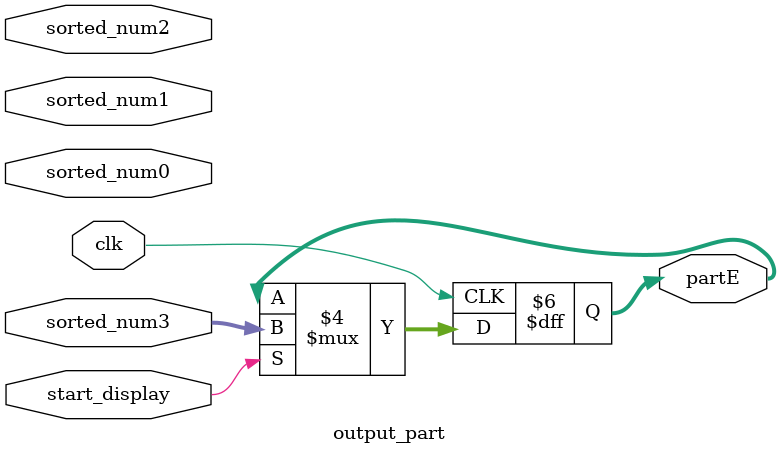
<source format=v>
`timescale 1ns / 1ps
module output_part(
	input clk,
	input [3:0] sorted_num0,
	input [3:0] sorted_num1,
	input [3:0] sorted_num2,
	input [3:0] sorted_num3,
	input start_display,
	output reg [3:0] partE
	);
	always @(posedge clk)
	begin
	if(start_display==1)
	begin
	partE=sorted_num0;
	#700;
	partE=sorted_num1;
	#700;
	partE=sorted_num2;
	#700;
	partE=sorted_num3;
	#700;
	end
	end
endmodule

</source>
